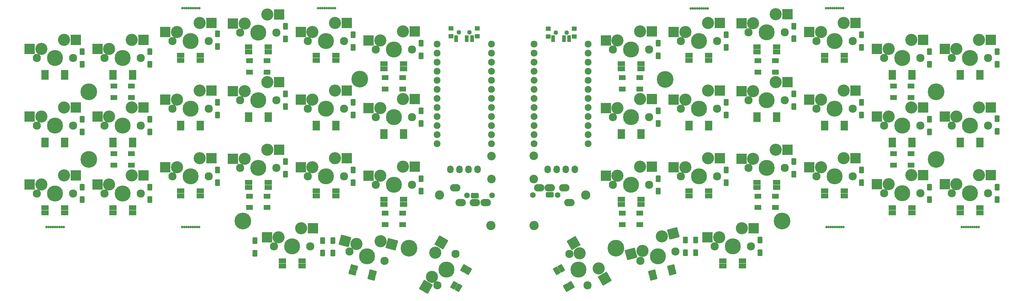
<source format=gbs>
G04 #@! TF.GenerationSoftware,KiCad,Pcbnew,8.0.5*
G04 #@! TF.CreationDate,2024-09-23T11:12:13+08:00*
G04 #@! TF.ProjectId,corne-cherry,636f726e-652d-4636-9865-7272792e6b69,3.0.1*
G04 #@! TF.SameCoordinates,Original*
G04 #@! TF.FileFunction,Soldermask,Bot*
G04 #@! TF.FilePolarity,Negative*
%FSLAX46Y46*%
G04 Gerber Fmt 4.6, Leading zero omitted, Abs format (unit mm)*
G04 Created by KiCad (PCBNEW 8.0.5) date 2024-09-23 11:12:13*
%MOMM*%
%LPD*%
G01*
G04 APERTURE LIST*
G04 Aperture macros list*
%AMRoundRect*
0 Rectangle with rounded corners*
0 $1 Rounding radius*
0 $2 $3 $4 $5 $6 $7 $8 $9 X,Y pos of 4 corners*
0 Add a 4 corners polygon primitive as box body*
4,1,4,$2,$3,$4,$5,$6,$7,$8,$9,$2,$3,0*
0 Add four circle primitives for the rounded corners*
1,1,$1+$1,$2,$3*
1,1,$1+$1,$4,$5*
1,1,$1+$1,$6,$7*
1,1,$1+$1,$8,$9*
0 Add four rect primitives between the rounded corners*
20,1,$1+$1,$2,$3,$4,$5,0*
20,1,$1+$1,$4,$5,$6,$7,0*
20,1,$1+$1,$6,$7,$8,$9,0*
20,1,$1+$1,$8,$9,$2,$3,0*%
G04 Aperture macros list end*
%ADD10C,1.600000*%
%ADD11O,2.900000X2.100000*%
%ADD12O,1.797000X2.178000*%
%ADD13C,2.400000*%
%ADD14C,2.300000*%
%ADD15C,3.400000*%
%ADD16C,4.500000*%
%ADD17RoundRect,0.200000X1.275000X1.250000X-1.275000X1.250000X-1.275000X-1.250000X1.275000X-1.250000X0*%
%ADD18RoundRect,0.200000X1.555079X0.877413X-0.908032X1.537402X-1.555079X-0.877413X0.908032X-1.537402X0*%
%ADD19RoundRect,0.200000X-0.445032X1.729182X-1.720032X-0.479182X0.445032X-1.729182X1.720032X0.479182X0*%
%ADD20RoundRect,0.200000X1.720032X-0.479182X0.445032X1.729182X-1.720032X0.479182X-0.445032X-1.729182X0*%
%ADD21RoundRect,0.200000X0.908032X1.537402X-1.555079X0.877413X-0.908032X-1.537402X1.555079X-0.877413X0*%
%ADD22C,4.700000*%
%ADD23C,2.600000*%
%ADD24C,1.924000*%
%ADD25C,0.700000*%
%ADD26RoundRect,0.333333X-0.741667X0.466667X-0.741667X-0.466667X0.741667X-0.466667X0.741667X0.466667X0*%
%ADD27RoundRect,0.333333X0.741667X-0.466667X0.741667X0.466667X-0.741667X0.466667X-0.741667X-0.466667X0*%
%ADD28RoundRect,0.200000X0.500000X-0.700000X0.500000X0.700000X-0.500000X0.700000X-0.500000X-0.700000X0*%
%ADD29RoundRect,0.200000X-0.850000X-0.500000X0.850000X-0.500000X0.850000X0.500000X-0.850000X0.500000X0*%
%ADD30RoundRect,0.200000X0.008013X-0.986122X0.858013X0.486122X-0.008013X0.986122X-0.858013X-0.486122X0*%
%ADD31RoundRect,0.200000X0.750000X0.500000X-0.750000X0.500000X-0.750000X-0.500000X0.750000X-0.500000X0*%
%ADD32RoundRect,0.200000X-0.691627X-0.702959X0.950446X-0.262967X0.691627X0.702959X-0.950446X0.262967X0*%
%ADD33RoundRect,0.200000X-0.950446X-0.262967X0.691627X-0.702959X0.950446X0.262967X-0.691627X0.702959X0*%
%ADD34RoundRect,0.200000X-0.858013X0.486122X-0.008013X-0.986122X0.858013X-0.486122X0.008013X0.986122X0*%
%ADD35C,1.300000*%
%ADD36RoundRect,0.200000X-0.350000X-0.750000X0.350000X-0.750000X0.350000X0.750000X-0.350000X0.750000X0*%
%ADD37RoundRect,0.200000X-0.500000X-0.400000X0.500000X-0.400000X0.500000X0.400000X-0.500000X0.400000X0*%
G04 APERTURE END LIST*
D10*
X142634500Y-74292000D03*
X135634500Y-74292000D03*
D11*
X132334500Y-72192000D03*
X140834500Y-76392000D03*
X137834500Y-76392000D03*
X133834500Y-76392000D03*
D12*
X130948500Y-67028000D03*
X133488500Y-67028000D03*
X136028500Y-67028000D03*
X138568500Y-67028000D03*
D13*
X142424500Y-69781000D03*
X142424500Y-63281000D03*
D14*
X34027500Y-35780000D03*
D15*
X35297500Y-33240000D03*
D16*
X39107500Y-35780000D03*
D15*
X41647500Y-30700000D03*
D14*
X44187500Y-35780000D03*
D17*
X32022500Y-33240000D03*
X44949500Y-30700000D03*
D14*
X53027500Y-31030000D03*
D15*
X54297500Y-28490000D03*
D16*
X58107500Y-31030000D03*
D15*
X60647500Y-25950000D03*
D14*
X63187500Y-31030000D03*
D17*
X51022500Y-28490000D03*
X63949500Y-25950000D03*
D14*
X72027500Y-28655000D03*
D15*
X73297500Y-26115000D03*
D16*
X77107500Y-28655000D03*
D15*
X79647500Y-23575000D03*
D14*
X82187500Y-28655000D03*
D17*
X70022500Y-26115000D03*
X82949500Y-23575000D03*
D14*
X91027500Y-31030000D03*
D15*
X92297500Y-28490000D03*
D16*
X96107500Y-31030000D03*
D15*
X98647500Y-25950000D03*
D14*
X101187500Y-31030000D03*
D17*
X89022500Y-28490000D03*
X101949500Y-25950000D03*
D14*
X15027500Y-54780000D03*
D15*
X16297500Y-52240000D03*
D16*
X20107500Y-54780000D03*
D15*
X22647500Y-49700000D03*
D14*
X25187500Y-54780000D03*
D17*
X13022500Y-52240000D03*
X25949500Y-49700000D03*
D14*
X34027500Y-54780000D03*
D15*
X35297500Y-52240000D03*
D16*
X39107500Y-54780000D03*
D15*
X41647500Y-49700000D03*
D14*
X44187500Y-54780000D03*
D17*
X32022500Y-52240000D03*
X44949500Y-49700000D03*
D14*
X53027500Y-50030000D03*
D15*
X54297500Y-47490000D03*
D16*
X58107500Y-50030000D03*
D15*
X60647500Y-44950000D03*
D14*
X63187500Y-50030000D03*
D17*
X51022500Y-47490000D03*
X63949500Y-44950000D03*
D14*
X72027500Y-47655000D03*
D15*
X73297500Y-45115000D03*
D16*
X77107500Y-47655000D03*
D15*
X79647500Y-42575000D03*
D14*
X82187500Y-47655000D03*
D17*
X70022500Y-45115000D03*
X82949500Y-42575000D03*
D14*
X91027500Y-50030000D03*
D15*
X92297500Y-47490000D03*
D16*
X96107500Y-50030000D03*
D15*
X98647500Y-44950000D03*
D14*
X101187500Y-50030000D03*
D17*
X89022500Y-47490000D03*
X101949500Y-44950000D03*
D14*
X110027500Y-52405000D03*
D15*
X111297500Y-49865000D03*
D16*
X115107500Y-52405000D03*
D15*
X117647500Y-47325000D03*
D14*
X120187500Y-52405000D03*
D17*
X108022500Y-49865000D03*
X120949500Y-47325000D03*
D14*
X15027500Y-73780000D03*
D15*
X16297500Y-71240000D03*
D16*
X20107500Y-73780000D03*
D15*
X22647500Y-68700000D03*
D14*
X25187500Y-73780000D03*
D17*
X13022500Y-71240000D03*
X25949500Y-68700000D03*
D14*
X34027500Y-73780000D03*
D15*
X35297500Y-71240000D03*
D16*
X39107500Y-73780000D03*
D15*
X41647500Y-68700000D03*
D14*
X44187500Y-73780000D03*
D17*
X32022500Y-71240000D03*
X44949500Y-68700000D03*
D14*
X53027500Y-69030000D03*
D15*
X54297500Y-66490000D03*
D16*
X58107500Y-69030000D03*
D15*
X60647500Y-63950000D03*
D14*
X63187500Y-69030000D03*
D17*
X51022500Y-66490000D03*
X63949500Y-63950000D03*
D14*
X72027500Y-66655000D03*
D15*
X73297500Y-64115000D03*
D16*
X77107500Y-66655000D03*
D15*
X79647500Y-61575000D03*
D14*
X82187500Y-66655000D03*
D17*
X70022500Y-64115000D03*
X82949500Y-61575000D03*
D14*
X91027500Y-69030000D03*
D15*
X92297500Y-66490000D03*
D16*
X96107500Y-69030000D03*
D15*
X98647500Y-63950000D03*
D14*
X101187500Y-69030000D03*
D17*
X89022500Y-66490000D03*
X101949500Y-63950000D03*
D14*
X110027500Y-71405000D03*
D15*
X111297500Y-68865000D03*
D16*
X115107500Y-71405000D03*
D15*
X117647500Y-66325000D03*
D14*
X120187500Y-71405000D03*
D17*
X108022500Y-68865000D03*
X120949500Y-66325000D03*
D14*
X81527500Y-88655000D03*
D15*
X82797500Y-86115000D03*
D16*
X86607500Y-88655000D03*
D15*
X89147500Y-83575000D03*
D14*
X91687500Y-88655000D03*
D17*
X79522500Y-86115000D03*
X92449500Y-83575000D03*
D14*
X102700597Y-90090199D03*
D15*
X104584723Y-87965448D03*
D16*
X107607500Y-91405000D03*
D15*
X111375752Y-87155497D03*
D14*
X112514403Y-92719801D03*
D18*
X101421316Y-87117815D03*
X114565239Y-88010118D03*
D14*
X127317500Y-99554409D03*
D15*
X125752795Y-97184557D03*
D16*
X129857500Y-95155000D03*
D15*
X126728091Y-90415295D03*
D14*
X132397500Y-90755591D03*
D19*
X124115295Y-100020790D03*
X128379091Y-87555680D03*
D14*
X164324500Y-90750591D03*
D15*
X167159205Y-90580443D03*
D16*
X166864500Y-95150000D03*
D15*
X172533909Y-94809705D03*
D14*
X169404500Y-99549409D03*
D20*
X165521705Y-87744210D03*
X174184909Y-97669320D03*
D10*
X154037500Y-74270000D03*
X161037500Y-74270000D03*
D11*
X164337500Y-76370000D03*
X155837500Y-72170000D03*
X158837500Y-72170000D03*
X162837500Y-72170000D03*
D12*
X158177500Y-67020000D03*
X160717500Y-67020000D03*
X163257500Y-67020000D03*
X165797500Y-67020000D03*
D13*
X154304500Y-69772000D03*
X154304500Y-63272000D03*
D14*
X214534500Y-66650000D03*
D15*
X215804500Y-64110000D03*
D16*
X219614500Y-66650000D03*
D15*
X222154500Y-61570000D03*
D14*
X224694500Y-66650000D03*
D17*
X212529500Y-64110000D03*
X225456500Y-61570000D03*
D14*
X195534500Y-69025000D03*
D15*
X196804500Y-66485000D03*
D16*
X200614500Y-69025000D03*
D15*
X203154500Y-63945000D03*
D14*
X205694500Y-69025000D03*
D17*
X193529500Y-66485000D03*
X206456500Y-63945000D03*
D14*
X176534500Y-71400000D03*
D15*
X177804500Y-68860000D03*
D16*
X181614500Y-71400000D03*
D15*
X184154500Y-66320000D03*
D14*
X186694500Y-71400000D03*
D17*
X174529500Y-68860000D03*
X187456500Y-66320000D03*
D14*
X205034500Y-88650000D03*
D15*
X206304500Y-86110000D03*
D16*
X210114500Y-88650000D03*
D15*
X212654500Y-83570000D03*
D14*
X215194500Y-88650000D03*
D17*
X203029500Y-86110000D03*
X215956500Y-83570000D03*
D14*
X184207597Y-92714801D03*
D15*
X184776922Y-89932649D03*
D16*
X189114500Y-91400000D03*
D15*
X190253151Y-85835696D03*
D14*
X194021403Y-90085199D03*
D21*
X181613515Y-90780281D03*
X193442638Y-84981076D03*
D14*
X214534500Y-28650000D03*
D15*
X215804500Y-26110000D03*
D16*
X219614500Y-28650000D03*
D15*
X222154500Y-23570000D03*
D14*
X224694500Y-28650000D03*
D17*
X212529500Y-26110000D03*
X225456500Y-23570000D03*
D14*
X195534500Y-31025000D03*
D15*
X196804500Y-28485000D03*
D16*
X200614500Y-31025000D03*
D15*
X203154500Y-25945000D03*
D14*
X205694500Y-31025000D03*
D17*
X193529500Y-28485000D03*
X206456500Y-25945000D03*
D14*
X271534500Y-54775000D03*
D15*
X272804500Y-52235000D03*
D16*
X276614500Y-54775000D03*
D15*
X279154500Y-49695000D03*
D14*
X281694500Y-54775000D03*
D17*
X269529500Y-52235000D03*
X282456500Y-49695000D03*
D14*
X233534500Y-31025000D03*
D15*
X234804500Y-28485000D03*
D16*
X238614500Y-31025000D03*
D15*
X241154500Y-25945000D03*
D14*
X243694500Y-31025000D03*
D17*
X231529500Y-28485000D03*
X244456500Y-25945000D03*
D14*
X252534500Y-54775000D03*
D15*
X253804500Y-52235000D03*
D16*
X257614500Y-54775000D03*
D15*
X260154500Y-49695000D03*
D14*
X262694500Y-54775000D03*
D17*
X250529500Y-52235000D03*
X263456500Y-49695000D03*
D14*
X252534500Y-73775000D03*
D15*
X253804500Y-71235000D03*
D16*
X257614500Y-73775000D03*
D15*
X260154500Y-68695000D03*
D14*
X262694500Y-73775000D03*
D17*
X250529500Y-71235000D03*
X263456500Y-68695000D03*
D14*
X233534500Y-69025000D03*
D15*
X234804500Y-66485000D03*
D16*
X238614500Y-69025000D03*
D15*
X241154500Y-63945000D03*
D14*
X243694500Y-69025000D03*
D17*
X231529500Y-66485000D03*
X244456500Y-63945000D03*
D14*
X271534500Y-35775000D03*
D15*
X272804500Y-33235000D03*
D16*
X276614500Y-35775000D03*
D15*
X279154500Y-30695000D03*
D14*
X281694500Y-35775000D03*
D17*
X269529500Y-33235000D03*
X282456500Y-30695000D03*
D14*
X252534500Y-35775000D03*
D15*
X253804500Y-33235000D03*
D16*
X257614500Y-35775000D03*
D15*
X260154500Y-30695000D03*
D14*
X262694500Y-35775000D03*
D17*
X250529500Y-33235000D03*
X263456500Y-30695000D03*
D14*
X233534500Y-50025000D03*
D15*
X234804500Y-47485000D03*
D16*
X238614500Y-50025000D03*
D15*
X241154500Y-44945000D03*
D14*
X243694500Y-50025000D03*
D17*
X231529500Y-47485000D03*
X244456500Y-44945000D03*
D14*
X214534500Y-47650000D03*
D15*
X215804500Y-45110000D03*
D16*
X219614500Y-47650000D03*
D15*
X222154500Y-42570000D03*
D14*
X224694500Y-47650000D03*
D17*
X212529500Y-45110000D03*
X225456500Y-42570000D03*
D14*
X195534500Y-50025000D03*
D15*
X196804500Y-47485000D03*
D16*
X200614500Y-50025000D03*
D15*
X203154500Y-44945000D03*
D14*
X205694500Y-50025000D03*
D17*
X193529500Y-47485000D03*
X206456500Y-44945000D03*
D14*
X176534500Y-52400000D03*
D15*
X177804500Y-49860000D03*
D16*
X181614500Y-52400000D03*
D15*
X184154500Y-47320000D03*
D14*
X186694500Y-52400000D03*
D17*
X174529500Y-49860000D03*
X187456500Y-47320000D03*
D14*
X271534500Y-73775000D03*
D15*
X272804500Y-71235000D03*
D16*
X276614500Y-73775000D03*
D15*
X279154500Y-68695000D03*
D14*
X281694500Y-73775000D03*
D17*
X269529500Y-71235000D03*
X282456500Y-68695000D03*
D14*
X15027500Y-35780000D03*
D15*
X16297500Y-33240000D03*
D16*
X20107500Y-35780000D03*
D15*
X22647500Y-30700000D03*
D14*
X25187500Y-35780000D03*
D17*
X13022500Y-33240000D03*
X25949500Y-30700000D03*
D22*
X105575500Y-41765500D03*
X72764500Y-81520500D03*
X119330500Y-89135000D03*
D23*
X127869500Y-74254000D03*
X142301500Y-82775000D03*
D22*
X177389500Y-89145000D03*
X223955500Y-81530500D03*
X267099500Y-45265500D03*
X191144500Y-41775500D03*
D14*
X110027500Y-33405000D03*
D15*
X111297500Y-30865000D03*
D16*
X115107500Y-33405000D03*
D15*
X117647500Y-28325000D03*
D14*
X120187500Y-33405000D03*
D17*
X108022500Y-30865000D03*
X120949500Y-28325000D03*
D14*
X176527500Y-33405000D03*
D15*
X177797500Y-30865000D03*
D16*
X181607500Y-33405000D03*
D15*
X184147500Y-28325000D03*
D14*
X186687500Y-33405000D03*
D17*
X174522500Y-30865000D03*
X187449500Y-28325000D03*
D22*
X29607500Y-64280000D03*
D24*
X142423900Y-31942000D03*
X142423900Y-34482000D03*
X142423900Y-37022000D03*
X142423900Y-39562000D03*
X142423900Y-42102000D03*
X142423900Y-44642000D03*
X142423900Y-47182000D03*
X142423900Y-49722000D03*
X142423900Y-52262000D03*
X142423900Y-54802000D03*
X142423900Y-57342000D03*
X142423900Y-59882000D03*
X127203900Y-59882000D03*
X127203900Y-57342000D03*
X127203900Y-54802000D03*
X127203900Y-52262000D03*
X127203900Y-49722000D03*
X127203900Y-47182000D03*
X127203900Y-44642000D03*
X127203900Y-42102000D03*
X127203900Y-39562000D03*
X127203900Y-37022000D03*
X127203900Y-34482000D03*
X127203900Y-31942000D03*
X169598900Y-31912000D03*
X169598900Y-34452000D03*
X169598900Y-36992000D03*
X169598900Y-39532000D03*
X169598900Y-42072000D03*
X169598900Y-44612000D03*
X169598900Y-47152000D03*
X169598900Y-49692000D03*
X169598900Y-52232000D03*
X169598900Y-54772000D03*
X169598900Y-57312000D03*
X169598900Y-59852000D03*
X154378900Y-59852000D03*
X154378900Y-57312000D03*
X154378900Y-54772000D03*
X154378900Y-52232000D03*
X154378900Y-49692000D03*
X154378900Y-47152000D03*
X154378900Y-44612000D03*
X154378900Y-42072000D03*
X154378900Y-39532000D03*
X154378900Y-36992000D03*
X154378900Y-34452000D03*
X154378900Y-31912000D03*
D22*
X29607500Y-45280000D03*
D25*
X55861750Y-21869000D03*
X56455500Y-21869000D03*
X57049250Y-21869000D03*
X57643000Y-21869000D03*
X58236750Y-21869000D03*
X58830500Y-21869000D03*
X59424250Y-21869000D03*
X60018000Y-21869000D03*
X60611750Y-21869000D03*
X93832500Y-21873000D03*
X94426250Y-21873000D03*
X95020000Y-21873000D03*
X95613750Y-21873000D03*
X96207500Y-21873000D03*
X96801250Y-21873000D03*
X97395000Y-21873000D03*
X97988750Y-21873000D03*
X98582500Y-21873000D03*
X17787500Y-83176000D03*
X18381250Y-83176000D03*
X18975000Y-83176000D03*
X19568750Y-83176000D03*
X20162500Y-83176000D03*
X20756250Y-83176000D03*
X21350000Y-83176000D03*
X21943750Y-83176000D03*
X22537500Y-83176000D03*
X55748500Y-83178000D03*
X56342250Y-83178000D03*
X56936000Y-83178000D03*
X57529750Y-83178000D03*
X58123500Y-83178000D03*
X58717250Y-83178000D03*
X59311000Y-83178000D03*
X59904750Y-83178000D03*
X60498500Y-83178000D03*
D26*
X137834500Y-74392000D03*
D27*
X158837500Y-74170000D03*
D28*
X27734500Y-37551875D03*
X27734500Y-34001875D03*
X46734500Y-37555000D03*
X46734500Y-34005000D03*
X65707500Y-32555000D03*
X65707500Y-29005000D03*
X84707500Y-30430000D03*
X84707500Y-26880000D03*
X103707500Y-32805000D03*
X103707500Y-29255000D03*
X122707500Y-35180000D03*
X122707500Y-31630000D03*
X27734500Y-56551875D03*
X27734500Y-53001875D03*
X46734500Y-56555000D03*
X46734500Y-53005000D03*
X65707500Y-51805000D03*
X65707500Y-48255000D03*
X84707500Y-49430000D03*
X84707500Y-45880000D03*
X103707500Y-51805000D03*
X103707500Y-48255000D03*
X122707500Y-54180000D03*
X122707500Y-50630000D03*
X27734500Y-75551875D03*
X27734500Y-72001875D03*
X46734500Y-75555000D03*
X46734500Y-72005000D03*
X65707500Y-70805000D03*
X65707500Y-67255000D03*
X84707500Y-68430000D03*
X84707500Y-64880000D03*
X103707500Y-70805000D03*
X103707500Y-67255000D03*
X122707500Y-73180000D03*
X122707500Y-69630000D03*
X76157500Y-90545000D03*
X76157500Y-86995000D03*
X95164500Y-90540000D03*
X95164500Y-86990000D03*
X98007500Y-90540000D03*
X98007500Y-86990000D03*
D29*
X22857500Y-41230000D03*
X22857500Y-39830000D03*
X17357500Y-39830000D03*
X17357500Y-41230000D03*
X41857500Y-41230000D03*
X41857500Y-39830000D03*
X36357500Y-39830000D03*
X36357500Y-41230000D03*
X60857500Y-36480000D03*
X60857500Y-35080000D03*
X55357500Y-35080000D03*
X55357500Y-36480000D03*
X79857500Y-34105000D03*
X79857500Y-32705000D03*
X74357500Y-32705000D03*
X74357500Y-34105000D03*
X98857500Y-36480000D03*
X98857500Y-35080000D03*
X93357500Y-35080000D03*
X93357500Y-36480000D03*
X117857500Y-38855000D03*
X117857500Y-37455000D03*
X112357500Y-37455000D03*
X112357500Y-38855000D03*
X22857500Y-60230000D03*
X22857500Y-58830000D03*
X17357500Y-58830000D03*
X17357500Y-60230000D03*
X41857500Y-60230000D03*
X41857500Y-58830000D03*
X36357500Y-58830000D03*
X36357500Y-60230000D03*
X60857500Y-55480000D03*
X60857500Y-54080000D03*
X55357500Y-54080000D03*
X55357500Y-55480000D03*
X79857500Y-53105000D03*
X79857500Y-51705000D03*
X74357500Y-51705000D03*
X74357500Y-53105000D03*
X98857500Y-55480000D03*
X98857500Y-54080000D03*
X93357500Y-54080000D03*
X93357500Y-55480000D03*
X117857500Y-57855000D03*
X117857500Y-56455000D03*
X112357500Y-56455000D03*
X112357500Y-57855000D03*
X22857500Y-79230000D03*
X22857500Y-77830000D03*
X17357500Y-77830000D03*
X17357500Y-79230000D03*
X41857500Y-79230000D03*
X41857500Y-77830000D03*
X36357500Y-77830000D03*
X36357500Y-79230000D03*
X60857500Y-74480000D03*
X60857500Y-73080000D03*
X55357500Y-73080000D03*
X55357500Y-74480000D03*
X79857500Y-72105000D03*
X79857500Y-70705000D03*
X74357500Y-70705000D03*
X74357500Y-72105000D03*
X117857500Y-76855000D03*
X117857500Y-75455000D03*
X112357500Y-75455000D03*
X112357500Y-76855000D03*
D30*
X135952339Y-95498430D03*
X134739903Y-94798430D03*
X131989903Y-99561570D03*
X133202339Y-100261570D03*
D31*
X41557500Y-43680000D03*
X41557500Y-46880000D03*
X36657500Y-46880000D03*
X36657500Y-43680000D03*
X79557500Y-36555000D03*
X79557500Y-39755000D03*
X74657500Y-39755000D03*
X74657500Y-36555000D03*
X117557500Y-41305000D03*
X117557500Y-44505000D03*
X112657500Y-44505000D03*
X112657500Y-41305000D03*
X79557500Y-74555000D03*
X79557500Y-77755000D03*
X74657500Y-77755000D03*
X74657500Y-74555000D03*
X117557500Y-79305000D03*
X117557500Y-82505000D03*
X112657500Y-82505000D03*
X112657500Y-79305000D03*
X260057500Y-43680000D03*
X260057500Y-46880000D03*
X255157500Y-46880000D03*
X255157500Y-43680000D03*
X222057500Y-36555000D03*
X222057500Y-39755000D03*
X217157500Y-39755000D03*
X217157500Y-36555000D03*
X184057500Y-41305000D03*
X184057500Y-44505000D03*
X179157500Y-44505000D03*
X179157500Y-41305000D03*
X260057500Y-62680000D03*
X260057500Y-65880000D03*
X255157500Y-65880000D03*
X255157500Y-62680000D03*
X222057500Y-74555000D03*
X222057500Y-77755000D03*
X217157500Y-77755000D03*
X217157500Y-74555000D03*
X184057500Y-79305000D03*
X184057500Y-82505000D03*
X179157500Y-82505000D03*
X179157500Y-79305000D03*
D29*
X222357500Y-53105000D03*
X222357500Y-51705000D03*
X216857500Y-51705000D03*
X216857500Y-53105000D03*
X203357500Y-55480000D03*
X203357500Y-54080000D03*
X197857500Y-54080000D03*
X197857500Y-55480000D03*
X184357500Y-57855000D03*
X184357500Y-56455000D03*
X178857500Y-56455000D03*
X178857500Y-57855000D03*
X279357500Y-79230000D03*
X279357500Y-77830000D03*
X273857500Y-77830000D03*
X273857500Y-79230000D03*
X260357500Y-79230000D03*
X260357500Y-77830000D03*
X254857500Y-77830000D03*
X254857500Y-79230000D03*
X241357500Y-74480000D03*
X241357500Y-73080000D03*
X235857500Y-73080000D03*
X235857500Y-74480000D03*
X222357500Y-72105000D03*
X222357500Y-70705000D03*
X216857500Y-70705000D03*
X216857500Y-72105000D03*
X203357500Y-74480000D03*
X203357500Y-73080000D03*
X197857500Y-73080000D03*
X197857500Y-74480000D03*
X184357500Y-76855000D03*
X184357500Y-75455000D03*
X178857500Y-75455000D03*
X178857500Y-76855000D03*
X212857500Y-94105000D03*
X212857500Y-92705000D03*
X207357500Y-92705000D03*
X207357500Y-94105000D03*
D32*
X193181359Y-95952544D03*
X192819013Y-94600249D03*
X187506421Y-96023752D03*
X187868767Y-97376047D03*
D28*
X265214500Y-37550000D03*
X265214500Y-34000000D03*
X246214500Y-32800000D03*
X246214500Y-29250000D03*
X227214500Y-30425000D03*
X227214500Y-26875000D03*
X189207500Y-35180000D03*
X189207500Y-31630000D03*
X284214500Y-56400000D03*
X284214500Y-52850000D03*
X265214500Y-56550000D03*
X265214500Y-53000000D03*
X246214500Y-51800000D03*
X246214500Y-48250000D03*
X227214500Y-49425000D03*
X227214500Y-45875000D03*
X208214500Y-51800000D03*
X208214500Y-48250000D03*
X189207500Y-54180000D03*
X189207500Y-50630000D03*
X284214500Y-75550000D03*
X284214500Y-72000000D03*
X265214500Y-75550000D03*
X265214500Y-72000000D03*
X246214500Y-70800000D03*
X246214500Y-67250000D03*
X227214500Y-68425000D03*
X227214500Y-64875000D03*
X208214500Y-70800000D03*
X208214500Y-67250000D03*
X189207500Y-73180000D03*
X189207500Y-69630000D03*
X217714500Y-90410000D03*
X217714500Y-86860000D03*
X199664500Y-90425000D03*
X199664500Y-86875000D03*
X196814500Y-90425000D03*
X196814500Y-86875000D03*
X284214500Y-37550000D03*
X284214500Y-34000000D03*
X208214500Y-32800000D03*
X208214500Y-29250000D03*
D29*
X89357500Y-94105000D03*
X89357500Y-92705000D03*
X83857500Y-92705000D03*
X83857500Y-94105000D03*
D33*
X108853233Y-97381047D03*
X109215579Y-96028752D03*
X103902987Y-94605249D03*
X103540641Y-95957544D03*
D31*
X41557500Y-62680000D03*
X41557500Y-65880000D03*
X36657500Y-65880000D03*
X36657500Y-62680000D03*
D29*
X98857500Y-74480000D03*
X98857500Y-73080000D03*
X93357500Y-73080000D03*
X93357500Y-74480000D03*
X279357500Y-41230000D03*
X279357500Y-39830000D03*
X273857500Y-39830000D03*
X273857500Y-41230000D03*
X260357500Y-41230000D03*
X260357500Y-39830000D03*
X254857500Y-39830000D03*
X254857500Y-41230000D03*
X241357500Y-36480000D03*
X241357500Y-35080000D03*
X235857500Y-35080000D03*
X235857500Y-36480000D03*
X222357500Y-34105000D03*
X222357500Y-32705000D03*
X216857500Y-32705000D03*
X216857500Y-34105000D03*
X203357500Y-36480000D03*
X203357500Y-35080000D03*
X197857500Y-35080000D03*
X197857500Y-36480000D03*
X184357500Y-38855000D03*
X184357500Y-37455000D03*
X178857500Y-37455000D03*
X178857500Y-38855000D03*
X279357500Y-60230000D03*
X279357500Y-58830000D03*
X273857500Y-58830000D03*
X273857500Y-60230000D03*
X260357500Y-60230000D03*
X260357500Y-58830000D03*
X254857500Y-58830000D03*
X254857500Y-60230000D03*
X241357500Y-55480000D03*
X241357500Y-54080000D03*
X235857500Y-54080000D03*
X235857500Y-55480000D03*
D23*
X154418500Y-82785000D03*
D22*
X267099500Y-64265500D03*
D23*
X168850500Y-74264000D03*
D34*
X163519661Y-100256570D03*
X164732097Y-99556570D03*
X161982097Y-94793430D03*
X160769661Y-95493430D03*
D25*
X279030500Y-83183000D03*
X278436750Y-83183000D03*
X277843000Y-83183000D03*
X277249250Y-83183000D03*
X276655500Y-83183000D03*
X276061750Y-83183000D03*
X275468000Y-83183000D03*
X274874250Y-83183000D03*
X274280500Y-83183000D03*
X203112500Y-21885000D03*
X202518750Y-21885000D03*
X201925000Y-21885000D03*
X201331250Y-21885000D03*
X200737500Y-21885000D03*
X200143750Y-21885000D03*
X199550000Y-21885000D03*
X198956250Y-21885000D03*
X198362500Y-21885000D03*
X241024500Y-21870000D03*
X240430750Y-21870000D03*
X239837000Y-21870000D03*
X239243250Y-21870000D03*
X238649500Y-21870000D03*
X238055750Y-21870000D03*
X237462000Y-21870000D03*
X236868250Y-21870000D03*
X236274500Y-21870000D03*
X241116500Y-83193000D03*
X240522750Y-83193000D03*
X239929000Y-83193000D03*
X239335250Y-83193000D03*
X238741500Y-83193000D03*
X238147750Y-83193000D03*
X237554000Y-83193000D03*
X236960250Y-83193000D03*
X236366500Y-83193000D03*
D35*
X133307500Y-28630000D03*
X136307500Y-28630000D03*
D36*
X132557500Y-30380000D03*
X135557500Y-30380000D03*
X137057500Y-30380000D03*
D37*
X131157500Y-27530000D03*
X131157500Y-29730000D03*
X138457500Y-29730000D03*
X138457500Y-27530000D03*
D35*
X160507500Y-28660000D03*
X163507500Y-28660000D03*
D36*
X159757500Y-30410000D03*
X162757500Y-30410000D03*
X164257500Y-30410000D03*
D37*
X158357500Y-27560000D03*
X158357500Y-29760000D03*
X165657500Y-29760000D03*
X165657500Y-27560000D03*
M02*

</source>
